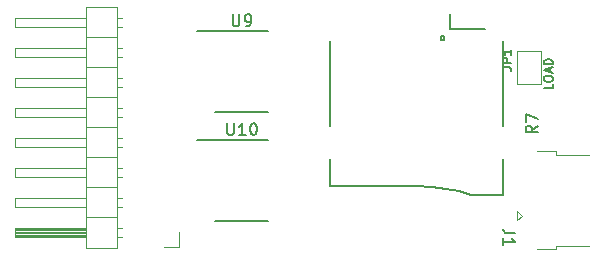
<source format=gbr>
G04 #@! TF.GenerationSoftware,KiCad,Pcbnew,5.1.5+dfsg1-2build2*
G04 #@! TF.CreationDate,2021-09-24T14:29:39+01:00*
G04 #@! TF.ProjectId,picopak,7069636f-7061-46b2-9e6b-696361645f70,rev?*
G04 #@! TF.SameCoordinates,Original*
G04 #@! TF.FileFunction,Legend,Top*
G04 #@! TF.FilePolarity,Positive*
%FSLAX46Y46*%
G04 Gerber Fmt 4.6, Leading zero omitted, Abs format (unit mm)*
G04 Created by KiCad (PCBNEW 5.1.5+dfsg1-2build2) date 2021-09-24 14:29:39*
%MOMM*%
%LPD*%
G04 APERTURE LIST*
%ADD10C,0.150000*%
%ADD11C,0.120000*%
G04 APERTURE END LIST*
D10*
X205939285Y-75857142D02*
X205939285Y-76214285D01*
X205189285Y-76214285D01*
X205189285Y-75464285D02*
X205189285Y-75321428D01*
X205225000Y-75250000D01*
X205296428Y-75178571D01*
X205439285Y-75142857D01*
X205689285Y-75142857D01*
X205832142Y-75178571D01*
X205903571Y-75250000D01*
X205939285Y-75321428D01*
X205939285Y-75464285D01*
X205903571Y-75535714D01*
X205832142Y-75607142D01*
X205689285Y-75642857D01*
X205439285Y-75642857D01*
X205296428Y-75607142D01*
X205225000Y-75535714D01*
X205189285Y-75464285D01*
X205725000Y-74857142D02*
X205725000Y-74500000D01*
X205939285Y-74928571D02*
X205189285Y-74678571D01*
X205939285Y-74428571D01*
X205939285Y-74178571D02*
X205189285Y-74178571D01*
X205189285Y-74000000D01*
X205225000Y-73892857D01*
X205296428Y-73821428D01*
X205367857Y-73785714D01*
X205510714Y-73750000D01*
X205617857Y-73750000D01*
X205760714Y-73785714D01*
X205832142Y-73821428D01*
X205903571Y-73892857D01*
X205939285Y-74000000D01*
X205939285Y-74178571D01*
D11*
X202900000Y-75824999D02*
X202900000Y-73024999D01*
X202900000Y-73024999D02*
X204900000Y-73024999D01*
X204900000Y-73024999D02*
X204900000Y-75824999D01*
X204900000Y-75824999D02*
X202900000Y-75824999D01*
D10*
X175850000Y-71350000D02*
X181825000Y-71350000D01*
X177375000Y-78250000D02*
X181825000Y-78250000D01*
X187050000Y-84500000D02*
X194400000Y-84500000D01*
X194400000Y-84500000D02*
X195750000Y-84550000D01*
X195750000Y-84550000D02*
X196900000Y-84700000D01*
X196900000Y-84700000D02*
X198000000Y-84900000D01*
X198000000Y-84900000D02*
X199050000Y-85200000D01*
X197200000Y-71200000D02*
X197200000Y-69900000D01*
X187050000Y-79400000D02*
X187050000Y-72200000D01*
X187050000Y-82200000D02*
X187050000Y-84500000D01*
X199050000Y-85200000D02*
X201750000Y-85200000D01*
X201750000Y-85200000D02*
X201750000Y-82200000D01*
X201750000Y-72200000D02*
X201750000Y-79400000D01*
X196750000Y-71800000D02*
X196450000Y-71800000D01*
X196450000Y-71800000D02*
X196450000Y-72100000D01*
X196450000Y-72100000D02*
X196750000Y-72100000D01*
X196750000Y-72100000D02*
X196750000Y-71800000D01*
X197200000Y-71200000D02*
X200200000Y-71200000D01*
D11*
X169070000Y-89730000D02*
X169070000Y-69290000D01*
X169070000Y-69290000D02*
X166410000Y-69290000D01*
X166410000Y-69290000D02*
X166410000Y-89730000D01*
X166410000Y-89730000D02*
X169070000Y-89730000D01*
X166410000Y-88780000D02*
X160410000Y-88780000D01*
X160410000Y-88780000D02*
X160410000Y-88020000D01*
X160410000Y-88020000D02*
X166410000Y-88020000D01*
X166410000Y-88720000D02*
X160410000Y-88720000D01*
X166410000Y-88600000D02*
X160410000Y-88600000D01*
X166410000Y-88480000D02*
X160410000Y-88480000D01*
X166410000Y-88360000D02*
X160410000Y-88360000D01*
X166410000Y-88240000D02*
X160410000Y-88240000D01*
X166410000Y-88120000D02*
X160410000Y-88120000D01*
X169467071Y-88780000D02*
X169070000Y-88780000D01*
X169467071Y-88020000D02*
X169070000Y-88020000D01*
X169080000Y-70240000D02*
X169467071Y-70240000D01*
X169080000Y-71000000D02*
X169467071Y-71000000D01*
X169070000Y-87130000D02*
X166410000Y-87130000D01*
X166410000Y-86240000D02*
X160410000Y-86240000D01*
X160410000Y-86240000D02*
X160410000Y-85480000D01*
X160410000Y-85480000D02*
X166410000Y-85480000D01*
X169467071Y-86240000D02*
X169070000Y-86240000D01*
X169467071Y-85480000D02*
X169070000Y-85480000D01*
X169012929Y-72780000D02*
X169467071Y-72780000D01*
X169012929Y-73540000D02*
X169467071Y-73540000D01*
X169070000Y-84590000D02*
X166410000Y-84590000D01*
X166410000Y-83700000D02*
X160410000Y-83700000D01*
X160410000Y-83700000D02*
X160410000Y-82940000D01*
X160410000Y-82940000D02*
X166410000Y-82940000D01*
X169467071Y-83700000D02*
X169070000Y-83700000D01*
X169467071Y-82940000D02*
X169070000Y-82940000D01*
X169012929Y-75320000D02*
X169467071Y-75320000D01*
X169012929Y-76080000D02*
X169467071Y-76080000D01*
X169070000Y-82050000D02*
X166410000Y-82050000D01*
X166410000Y-81160000D02*
X160410000Y-81160000D01*
X160410000Y-81160000D02*
X160410000Y-80400000D01*
X160410000Y-80400000D02*
X166410000Y-80400000D01*
X169467071Y-81160000D02*
X169070000Y-81160000D01*
X169467071Y-80400000D02*
X169070000Y-80400000D01*
X169012929Y-77860000D02*
X169467071Y-77860000D01*
X169012929Y-78620000D02*
X169467071Y-78620000D01*
X169070000Y-79510000D02*
X166410000Y-79510000D01*
X166410000Y-78620000D02*
X160410000Y-78620000D01*
X160410000Y-78620000D02*
X160410000Y-77860000D01*
X160410000Y-77860000D02*
X166410000Y-77860000D01*
X169467071Y-78620000D02*
X169070000Y-78620000D01*
X169467071Y-77860000D02*
X169070000Y-77860000D01*
X169012929Y-80400000D02*
X169467071Y-80400000D01*
X169012929Y-81160000D02*
X169467071Y-81160000D01*
X169070000Y-76970000D02*
X166410000Y-76970000D01*
X166410000Y-76080000D02*
X160410000Y-76080000D01*
X160410000Y-76080000D02*
X160410000Y-75320000D01*
X160410000Y-75320000D02*
X166410000Y-75320000D01*
X169467071Y-76080000D02*
X169070000Y-76080000D01*
X169467071Y-75320000D02*
X169070000Y-75320000D01*
X169012929Y-82940000D02*
X169467071Y-82940000D01*
X169012929Y-83700000D02*
X169467071Y-83700000D01*
X169070000Y-74430000D02*
X166410000Y-74430000D01*
X166410000Y-73540000D02*
X160410000Y-73540000D01*
X160410000Y-73540000D02*
X160410000Y-72780000D01*
X160410000Y-72780000D02*
X166410000Y-72780000D01*
X169467071Y-73540000D02*
X169070000Y-73540000D01*
X169467071Y-72780000D02*
X169070000Y-72780000D01*
X169012929Y-85480000D02*
X169467071Y-85480000D01*
X169012929Y-86240000D02*
X169467071Y-86240000D01*
X169070000Y-71890000D02*
X166410000Y-71890000D01*
X166410000Y-71000000D02*
X160410000Y-71000000D01*
X160410000Y-71000000D02*
X160410000Y-70240000D01*
X160410000Y-70240000D02*
X166410000Y-70240000D01*
X169467071Y-71000000D02*
X169070000Y-71000000D01*
X169467071Y-70240000D02*
X169070000Y-70240000D01*
X169012929Y-88020000D02*
X169467071Y-88020000D01*
X169012929Y-88780000D02*
X169467071Y-88780000D01*
X174320000Y-88400000D02*
X174320000Y-89670000D01*
X174320000Y-89670000D02*
X173050000Y-89670000D01*
D10*
X175850000Y-80550000D02*
X181825000Y-80550000D01*
X177375000Y-87450000D02*
X181825000Y-87450000D01*
D11*
X206170000Y-89825000D02*
X204620000Y-89825000D01*
X206170000Y-89825000D02*
X206170000Y-89525000D01*
X208970000Y-89525000D02*
X206170000Y-89525000D01*
X206170000Y-81525000D02*
X204620000Y-81525000D01*
X206170000Y-81825000D02*
X206170000Y-81525000D01*
X208970000Y-81825000D02*
X206170000Y-81825000D01*
X202920000Y-86575000D02*
X203370000Y-86975000D01*
X202920000Y-87375000D02*
X202920000Y-86575000D01*
X203370000Y-86975000D02*
X202920000Y-87375000D01*
D10*
X204652380Y-79366666D02*
X204176190Y-79700000D01*
X204652380Y-79938095D02*
X203652380Y-79938095D01*
X203652380Y-79557142D01*
X203700000Y-79461904D01*
X203747619Y-79414285D01*
X203842857Y-79366666D01*
X203985714Y-79366666D01*
X204080952Y-79414285D01*
X204128571Y-79461904D01*
X204176190Y-79557142D01*
X204176190Y-79938095D01*
X203652380Y-79033333D02*
X203652380Y-78366666D01*
X204652380Y-78795238D01*
X201689285Y-74425000D02*
X202225000Y-74425000D01*
X202332142Y-74460714D01*
X202403571Y-74532142D01*
X202439285Y-74639285D01*
X202439285Y-74710714D01*
X202439285Y-74067857D02*
X201689285Y-74067857D01*
X201689285Y-73782142D01*
X201725000Y-73710714D01*
X201760714Y-73675000D01*
X201832142Y-73639285D01*
X201939285Y-73639285D01*
X202010714Y-73675000D01*
X202046428Y-73710714D01*
X202082142Y-73782142D01*
X202082142Y-74067857D01*
X202439285Y-72925000D02*
X202439285Y-73353571D01*
X202439285Y-73139285D02*
X201689285Y-73139285D01*
X201796428Y-73210714D01*
X201867857Y-73282142D01*
X201903571Y-73353571D01*
X178838095Y-69952380D02*
X178838095Y-70761904D01*
X178885714Y-70857142D01*
X178933333Y-70904761D01*
X179028571Y-70952380D01*
X179219047Y-70952380D01*
X179314285Y-70904761D01*
X179361904Y-70857142D01*
X179409523Y-70761904D01*
X179409523Y-69952380D01*
X179933333Y-70952380D02*
X180123809Y-70952380D01*
X180219047Y-70904761D01*
X180266666Y-70857142D01*
X180361904Y-70714285D01*
X180409523Y-70523809D01*
X180409523Y-70142857D01*
X180361904Y-70047619D01*
X180314285Y-70000000D01*
X180219047Y-69952380D01*
X180028571Y-69952380D01*
X179933333Y-70000000D01*
X179885714Y-70047619D01*
X179838095Y-70142857D01*
X179838095Y-70380952D01*
X179885714Y-70476190D01*
X179933333Y-70523809D01*
X180028571Y-70571428D01*
X180219047Y-70571428D01*
X180314285Y-70523809D01*
X180361904Y-70476190D01*
X180409523Y-70380952D01*
X178361904Y-79152380D02*
X178361904Y-79961904D01*
X178409523Y-80057142D01*
X178457142Y-80104761D01*
X178552380Y-80152380D01*
X178742857Y-80152380D01*
X178838095Y-80104761D01*
X178885714Y-80057142D01*
X178933333Y-79961904D01*
X178933333Y-79152380D01*
X179933333Y-80152380D02*
X179361904Y-80152380D01*
X179647619Y-80152380D02*
X179647619Y-79152380D01*
X179552380Y-79295238D01*
X179457142Y-79390476D01*
X179361904Y-79438095D01*
X180552380Y-79152380D02*
X180647619Y-79152380D01*
X180742857Y-79200000D01*
X180790476Y-79247619D01*
X180838095Y-79342857D01*
X180885714Y-79533333D01*
X180885714Y-79771428D01*
X180838095Y-79961904D01*
X180790476Y-80057142D01*
X180742857Y-80104761D01*
X180647619Y-80152380D01*
X180552380Y-80152380D01*
X180457142Y-80104761D01*
X180409523Y-80057142D01*
X180361904Y-79961904D01*
X180314285Y-79771428D01*
X180314285Y-79533333D01*
X180361904Y-79342857D01*
X180409523Y-79247619D01*
X180457142Y-79200000D01*
X180552380Y-79152380D01*
X202747619Y-88466666D02*
X202033333Y-88466666D01*
X201890476Y-88419047D01*
X201795238Y-88323809D01*
X201747619Y-88180952D01*
X201747619Y-88085714D01*
X201747619Y-89466666D02*
X201747619Y-88895238D01*
X201747619Y-89180952D02*
X202747619Y-89180952D01*
X202604761Y-89085714D01*
X202509523Y-88990476D01*
X202461904Y-88895238D01*
M02*

</source>
